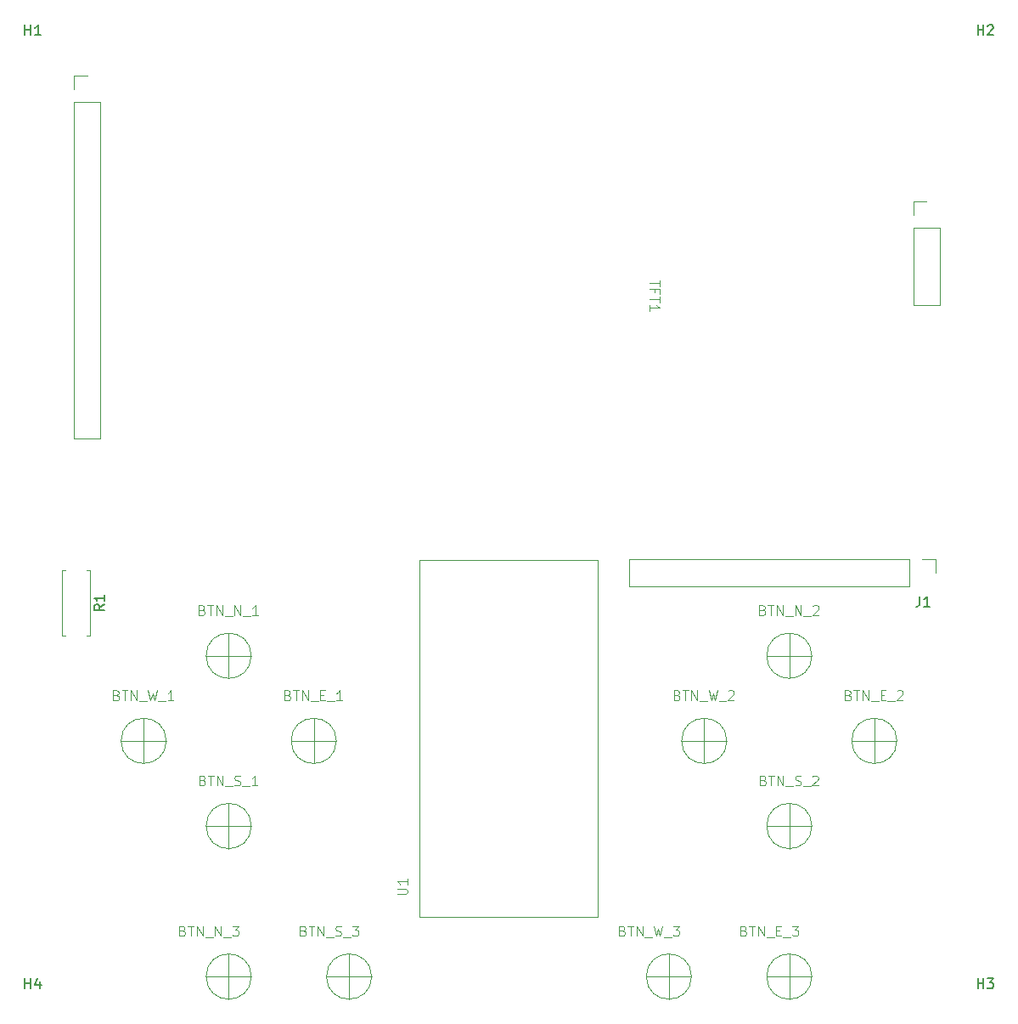
<source format=gbr>
G04 #@! TF.GenerationSoftware,KiCad,Pcbnew,8.0.4*
G04 #@! TF.CreationDate,2024-09-17T15:57:22+09:30*
G04 #@! TF.ProjectId,handheld game console,68616e64-6865-46c6-9420-67616d652063,0*
G04 #@! TF.SameCoordinates,Original*
G04 #@! TF.FileFunction,Legend,Top*
G04 #@! TF.FilePolarity,Positive*
%FSLAX46Y46*%
G04 Gerber Fmt 4.6, Leading zero omitted, Abs format (unit mm)*
G04 Created by KiCad (PCBNEW 8.0.4) date 2024-09-17 15:57:22*
%MOMM*%
%LPD*%
G01*
G04 APERTURE LIST*
%ADD10C,0.100000*%
%ADD11C,0.150000*%
%ADD12C,0.120000*%
%ADD13O,1.700000X1.700000*%
%ADD14C,2.000000*%
%ADD15R,1.700000X1.700000*%
%ADD16C,1.600000*%
%ADD17O,1.600000X1.600000*%
%ADD18C,2.200000*%
G04 APERTURE END LIST*
D10*
X116347419Y-130371904D02*
X117156942Y-130371904D01*
X117156942Y-130371904D02*
X117252180Y-130324285D01*
X117252180Y-130324285D02*
X117299800Y-130276666D01*
X117299800Y-130276666D02*
X117347419Y-130181428D01*
X117347419Y-130181428D02*
X117347419Y-129990952D01*
X117347419Y-129990952D02*
X117299800Y-129895714D01*
X117299800Y-129895714D02*
X117252180Y-129848095D01*
X117252180Y-129848095D02*
X117156942Y-129800476D01*
X117156942Y-129800476D02*
X116347419Y-129800476D01*
X117347419Y-128800476D02*
X117347419Y-129371904D01*
X117347419Y-129086190D02*
X116347419Y-129086190D01*
X116347419Y-129086190D02*
X116490276Y-129181428D01*
X116490276Y-129181428D02*
X116585514Y-129276666D01*
X116585514Y-129276666D02*
X116633133Y-129371904D01*
X96901161Y-102040009D02*
X97044018Y-102087628D01*
X97044018Y-102087628D02*
X97091637Y-102135247D01*
X97091637Y-102135247D02*
X97139256Y-102230485D01*
X97139256Y-102230485D02*
X97139256Y-102373342D01*
X97139256Y-102373342D02*
X97091637Y-102468580D01*
X97091637Y-102468580D02*
X97044018Y-102516200D01*
X97044018Y-102516200D02*
X96948780Y-102563819D01*
X96948780Y-102563819D02*
X96567828Y-102563819D01*
X96567828Y-102563819D02*
X96567828Y-101563819D01*
X96567828Y-101563819D02*
X96901161Y-101563819D01*
X96901161Y-101563819D02*
X96996399Y-101611438D01*
X96996399Y-101611438D02*
X97044018Y-101659057D01*
X97044018Y-101659057D02*
X97091637Y-101754295D01*
X97091637Y-101754295D02*
X97091637Y-101849533D01*
X97091637Y-101849533D02*
X97044018Y-101944771D01*
X97044018Y-101944771D02*
X96996399Y-101992390D01*
X96996399Y-101992390D02*
X96901161Y-102040009D01*
X96901161Y-102040009D02*
X96567828Y-102040009D01*
X97424971Y-101563819D02*
X97996399Y-101563819D01*
X97710685Y-102563819D02*
X97710685Y-101563819D01*
X98329733Y-102563819D02*
X98329733Y-101563819D01*
X98329733Y-101563819D02*
X98901161Y-102563819D01*
X98901161Y-102563819D02*
X98901161Y-101563819D01*
X99139257Y-102659057D02*
X99901161Y-102659057D01*
X100139257Y-102563819D02*
X100139257Y-101563819D01*
X100139257Y-101563819D02*
X100710685Y-102563819D01*
X100710685Y-102563819D02*
X100710685Y-101563819D01*
X100948781Y-102659057D02*
X101710685Y-102659057D01*
X102472590Y-102563819D02*
X101901162Y-102563819D01*
X102186876Y-102563819D02*
X102186876Y-101563819D01*
X102186876Y-101563819D02*
X102091638Y-101706676D01*
X102091638Y-101706676D02*
X101996400Y-101801914D01*
X101996400Y-101801914D02*
X101901162Y-101849533D01*
X152847180Y-119000009D02*
X152990037Y-119047628D01*
X152990037Y-119047628D02*
X153037656Y-119095247D01*
X153037656Y-119095247D02*
X153085275Y-119190485D01*
X153085275Y-119190485D02*
X153085275Y-119333342D01*
X153085275Y-119333342D02*
X153037656Y-119428580D01*
X153037656Y-119428580D02*
X152990037Y-119476200D01*
X152990037Y-119476200D02*
X152894799Y-119523819D01*
X152894799Y-119523819D02*
X152513847Y-119523819D01*
X152513847Y-119523819D02*
X152513847Y-118523819D01*
X152513847Y-118523819D02*
X152847180Y-118523819D01*
X152847180Y-118523819D02*
X152942418Y-118571438D01*
X152942418Y-118571438D02*
X152990037Y-118619057D01*
X152990037Y-118619057D02*
X153037656Y-118714295D01*
X153037656Y-118714295D02*
X153037656Y-118809533D01*
X153037656Y-118809533D02*
X152990037Y-118904771D01*
X152990037Y-118904771D02*
X152942418Y-118952390D01*
X152942418Y-118952390D02*
X152847180Y-119000009D01*
X152847180Y-119000009D02*
X152513847Y-119000009D01*
X153370990Y-118523819D02*
X153942418Y-118523819D01*
X153656704Y-119523819D02*
X153656704Y-118523819D01*
X154275752Y-119523819D02*
X154275752Y-118523819D01*
X154275752Y-118523819D02*
X154847180Y-119523819D01*
X154847180Y-119523819D02*
X154847180Y-118523819D01*
X155085276Y-119619057D02*
X155847180Y-119619057D01*
X156037657Y-119476200D02*
X156180514Y-119523819D01*
X156180514Y-119523819D02*
X156418609Y-119523819D01*
X156418609Y-119523819D02*
X156513847Y-119476200D01*
X156513847Y-119476200D02*
X156561466Y-119428580D01*
X156561466Y-119428580D02*
X156609085Y-119333342D01*
X156609085Y-119333342D02*
X156609085Y-119238104D01*
X156609085Y-119238104D02*
X156561466Y-119142866D01*
X156561466Y-119142866D02*
X156513847Y-119095247D01*
X156513847Y-119095247D02*
X156418609Y-119047628D01*
X156418609Y-119047628D02*
X156228133Y-119000009D01*
X156228133Y-119000009D02*
X156132895Y-118952390D01*
X156132895Y-118952390D02*
X156085276Y-118904771D01*
X156085276Y-118904771D02*
X156037657Y-118809533D01*
X156037657Y-118809533D02*
X156037657Y-118714295D01*
X156037657Y-118714295D02*
X156085276Y-118619057D01*
X156085276Y-118619057D02*
X156132895Y-118571438D01*
X156132895Y-118571438D02*
X156228133Y-118523819D01*
X156228133Y-118523819D02*
X156466228Y-118523819D01*
X156466228Y-118523819D02*
X156609085Y-118571438D01*
X156799562Y-119619057D02*
X157561466Y-119619057D01*
X157751943Y-118619057D02*
X157799562Y-118571438D01*
X157799562Y-118571438D02*
X157894800Y-118523819D01*
X157894800Y-118523819D02*
X158132895Y-118523819D01*
X158132895Y-118523819D02*
X158228133Y-118571438D01*
X158228133Y-118571438D02*
X158275752Y-118619057D01*
X158275752Y-118619057D02*
X158323371Y-118714295D01*
X158323371Y-118714295D02*
X158323371Y-118809533D01*
X158323371Y-118809533D02*
X158275752Y-118952390D01*
X158275752Y-118952390D02*
X157704324Y-119523819D01*
X157704324Y-119523819D02*
X158323371Y-119523819D01*
X94955561Y-133992209D02*
X95098418Y-134039828D01*
X95098418Y-134039828D02*
X95146037Y-134087447D01*
X95146037Y-134087447D02*
X95193656Y-134182685D01*
X95193656Y-134182685D02*
X95193656Y-134325542D01*
X95193656Y-134325542D02*
X95146037Y-134420780D01*
X95146037Y-134420780D02*
X95098418Y-134468400D01*
X95098418Y-134468400D02*
X95003180Y-134516019D01*
X95003180Y-134516019D02*
X94622228Y-134516019D01*
X94622228Y-134516019D02*
X94622228Y-133516019D01*
X94622228Y-133516019D02*
X94955561Y-133516019D01*
X94955561Y-133516019D02*
X95050799Y-133563638D01*
X95050799Y-133563638D02*
X95098418Y-133611257D01*
X95098418Y-133611257D02*
X95146037Y-133706495D01*
X95146037Y-133706495D02*
X95146037Y-133801733D01*
X95146037Y-133801733D02*
X95098418Y-133896971D01*
X95098418Y-133896971D02*
X95050799Y-133944590D01*
X95050799Y-133944590D02*
X94955561Y-133992209D01*
X94955561Y-133992209D02*
X94622228Y-133992209D01*
X95479371Y-133516019D02*
X96050799Y-133516019D01*
X95765085Y-134516019D02*
X95765085Y-133516019D01*
X96384133Y-134516019D02*
X96384133Y-133516019D01*
X96384133Y-133516019D02*
X96955561Y-134516019D01*
X96955561Y-134516019D02*
X96955561Y-133516019D01*
X97193657Y-134611257D02*
X97955561Y-134611257D01*
X98193657Y-134516019D02*
X98193657Y-133516019D01*
X98193657Y-133516019D02*
X98765085Y-134516019D01*
X98765085Y-134516019D02*
X98765085Y-133516019D01*
X99003181Y-134611257D02*
X99765085Y-134611257D01*
X99907943Y-133516019D02*
X100526990Y-133516019D01*
X100526990Y-133516019D02*
X100193657Y-133896971D01*
X100193657Y-133896971D02*
X100336514Y-133896971D01*
X100336514Y-133896971D02*
X100431752Y-133944590D01*
X100431752Y-133944590D02*
X100479371Y-133992209D01*
X100479371Y-133992209D02*
X100526990Y-134087447D01*
X100526990Y-134087447D02*
X100526990Y-134325542D01*
X100526990Y-134325542D02*
X100479371Y-134420780D01*
X100479371Y-134420780D02*
X100431752Y-134468400D01*
X100431752Y-134468400D02*
X100336514Y-134516019D01*
X100336514Y-134516019D02*
X100050800Y-134516019D01*
X100050800Y-134516019D02*
X99955562Y-134468400D01*
X99955562Y-134468400D02*
X99907943Y-134420780D01*
X105452590Y-110520009D02*
X105595447Y-110567628D01*
X105595447Y-110567628D02*
X105643066Y-110615247D01*
X105643066Y-110615247D02*
X105690685Y-110710485D01*
X105690685Y-110710485D02*
X105690685Y-110853342D01*
X105690685Y-110853342D02*
X105643066Y-110948580D01*
X105643066Y-110948580D02*
X105595447Y-110996200D01*
X105595447Y-110996200D02*
X105500209Y-111043819D01*
X105500209Y-111043819D02*
X105119257Y-111043819D01*
X105119257Y-111043819D02*
X105119257Y-110043819D01*
X105119257Y-110043819D02*
X105452590Y-110043819D01*
X105452590Y-110043819D02*
X105547828Y-110091438D01*
X105547828Y-110091438D02*
X105595447Y-110139057D01*
X105595447Y-110139057D02*
X105643066Y-110234295D01*
X105643066Y-110234295D02*
X105643066Y-110329533D01*
X105643066Y-110329533D02*
X105595447Y-110424771D01*
X105595447Y-110424771D02*
X105547828Y-110472390D01*
X105547828Y-110472390D02*
X105452590Y-110520009D01*
X105452590Y-110520009D02*
X105119257Y-110520009D01*
X105976400Y-110043819D02*
X106547828Y-110043819D01*
X106262114Y-111043819D02*
X106262114Y-110043819D01*
X106881162Y-111043819D02*
X106881162Y-110043819D01*
X106881162Y-110043819D02*
X107452590Y-111043819D01*
X107452590Y-111043819D02*
X107452590Y-110043819D01*
X107690686Y-111139057D02*
X108452590Y-111139057D01*
X108690686Y-110520009D02*
X109024019Y-110520009D01*
X109166876Y-111043819D02*
X108690686Y-111043819D01*
X108690686Y-111043819D02*
X108690686Y-110043819D01*
X108690686Y-110043819D02*
X109166876Y-110043819D01*
X109357353Y-111139057D02*
X110119257Y-111139057D01*
X110881162Y-111043819D02*
X110309734Y-111043819D01*
X110595448Y-111043819D02*
X110595448Y-110043819D01*
X110595448Y-110043819D02*
X110500210Y-110186676D01*
X110500210Y-110186676D02*
X110404972Y-110281914D01*
X110404972Y-110281914D02*
X110309734Y-110329533D01*
X144271942Y-110520009D02*
X144414799Y-110567628D01*
X144414799Y-110567628D02*
X144462418Y-110615247D01*
X144462418Y-110615247D02*
X144510037Y-110710485D01*
X144510037Y-110710485D02*
X144510037Y-110853342D01*
X144510037Y-110853342D02*
X144462418Y-110948580D01*
X144462418Y-110948580D02*
X144414799Y-110996200D01*
X144414799Y-110996200D02*
X144319561Y-111043819D01*
X144319561Y-111043819D02*
X143938609Y-111043819D01*
X143938609Y-111043819D02*
X143938609Y-110043819D01*
X143938609Y-110043819D02*
X144271942Y-110043819D01*
X144271942Y-110043819D02*
X144367180Y-110091438D01*
X144367180Y-110091438D02*
X144414799Y-110139057D01*
X144414799Y-110139057D02*
X144462418Y-110234295D01*
X144462418Y-110234295D02*
X144462418Y-110329533D01*
X144462418Y-110329533D02*
X144414799Y-110424771D01*
X144414799Y-110424771D02*
X144367180Y-110472390D01*
X144367180Y-110472390D02*
X144271942Y-110520009D01*
X144271942Y-110520009D02*
X143938609Y-110520009D01*
X144795752Y-110043819D02*
X145367180Y-110043819D01*
X145081466Y-111043819D02*
X145081466Y-110043819D01*
X145700514Y-111043819D02*
X145700514Y-110043819D01*
X145700514Y-110043819D02*
X146271942Y-111043819D01*
X146271942Y-111043819D02*
X146271942Y-110043819D01*
X146510038Y-111139057D02*
X147271942Y-111139057D01*
X147414800Y-110043819D02*
X147652895Y-111043819D01*
X147652895Y-111043819D02*
X147843371Y-110329533D01*
X147843371Y-110329533D02*
X148033847Y-111043819D01*
X148033847Y-111043819D02*
X148271943Y-110043819D01*
X148414800Y-111139057D02*
X149176704Y-111139057D01*
X149367181Y-110139057D02*
X149414800Y-110091438D01*
X149414800Y-110091438D02*
X149510038Y-110043819D01*
X149510038Y-110043819D02*
X149748133Y-110043819D01*
X149748133Y-110043819D02*
X149843371Y-110091438D01*
X149843371Y-110091438D02*
X149890990Y-110139057D01*
X149890990Y-110139057D02*
X149938609Y-110234295D01*
X149938609Y-110234295D02*
X149938609Y-110329533D01*
X149938609Y-110329533D02*
X149890990Y-110472390D01*
X149890990Y-110472390D02*
X149319562Y-111043819D01*
X149319562Y-111043819D02*
X149938609Y-111043819D01*
X96948780Y-119000009D02*
X97091637Y-119047628D01*
X97091637Y-119047628D02*
X97139256Y-119095247D01*
X97139256Y-119095247D02*
X97186875Y-119190485D01*
X97186875Y-119190485D02*
X97186875Y-119333342D01*
X97186875Y-119333342D02*
X97139256Y-119428580D01*
X97139256Y-119428580D02*
X97091637Y-119476200D01*
X97091637Y-119476200D02*
X96996399Y-119523819D01*
X96996399Y-119523819D02*
X96615447Y-119523819D01*
X96615447Y-119523819D02*
X96615447Y-118523819D01*
X96615447Y-118523819D02*
X96948780Y-118523819D01*
X96948780Y-118523819D02*
X97044018Y-118571438D01*
X97044018Y-118571438D02*
X97091637Y-118619057D01*
X97091637Y-118619057D02*
X97139256Y-118714295D01*
X97139256Y-118714295D02*
X97139256Y-118809533D01*
X97139256Y-118809533D02*
X97091637Y-118904771D01*
X97091637Y-118904771D02*
X97044018Y-118952390D01*
X97044018Y-118952390D02*
X96948780Y-119000009D01*
X96948780Y-119000009D02*
X96615447Y-119000009D01*
X97472590Y-118523819D02*
X98044018Y-118523819D01*
X97758304Y-119523819D02*
X97758304Y-118523819D01*
X98377352Y-119523819D02*
X98377352Y-118523819D01*
X98377352Y-118523819D02*
X98948780Y-119523819D01*
X98948780Y-119523819D02*
X98948780Y-118523819D01*
X99186876Y-119619057D02*
X99948780Y-119619057D01*
X100139257Y-119476200D02*
X100282114Y-119523819D01*
X100282114Y-119523819D02*
X100520209Y-119523819D01*
X100520209Y-119523819D02*
X100615447Y-119476200D01*
X100615447Y-119476200D02*
X100663066Y-119428580D01*
X100663066Y-119428580D02*
X100710685Y-119333342D01*
X100710685Y-119333342D02*
X100710685Y-119238104D01*
X100710685Y-119238104D02*
X100663066Y-119142866D01*
X100663066Y-119142866D02*
X100615447Y-119095247D01*
X100615447Y-119095247D02*
X100520209Y-119047628D01*
X100520209Y-119047628D02*
X100329733Y-119000009D01*
X100329733Y-119000009D02*
X100234495Y-118952390D01*
X100234495Y-118952390D02*
X100186876Y-118904771D01*
X100186876Y-118904771D02*
X100139257Y-118809533D01*
X100139257Y-118809533D02*
X100139257Y-118714295D01*
X100139257Y-118714295D02*
X100186876Y-118619057D01*
X100186876Y-118619057D02*
X100234495Y-118571438D01*
X100234495Y-118571438D02*
X100329733Y-118523819D01*
X100329733Y-118523819D02*
X100567828Y-118523819D01*
X100567828Y-118523819D02*
X100710685Y-118571438D01*
X100901162Y-119619057D02*
X101663066Y-119619057D01*
X102424971Y-119523819D02*
X101853543Y-119523819D01*
X102139257Y-119523819D02*
X102139257Y-118523819D01*
X102139257Y-118523819D02*
X102044019Y-118666676D01*
X102044019Y-118666676D02*
X101948781Y-118761914D01*
X101948781Y-118761914D02*
X101853543Y-118809533D01*
X150925390Y-133992209D02*
X151068247Y-134039828D01*
X151068247Y-134039828D02*
X151115866Y-134087447D01*
X151115866Y-134087447D02*
X151163485Y-134182685D01*
X151163485Y-134182685D02*
X151163485Y-134325542D01*
X151163485Y-134325542D02*
X151115866Y-134420780D01*
X151115866Y-134420780D02*
X151068247Y-134468400D01*
X151068247Y-134468400D02*
X150973009Y-134516019D01*
X150973009Y-134516019D02*
X150592057Y-134516019D01*
X150592057Y-134516019D02*
X150592057Y-133516019D01*
X150592057Y-133516019D02*
X150925390Y-133516019D01*
X150925390Y-133516019D02*
X151020628Y-133563638D01*
X151020628Y-133563638D02*
X151068247Y-133611257D01*
X151068247Y-133611257D02*
X151115866Y-133706495D01*
X151115866Y-133706495D02*
X151115866Y-133801733D01*
X151115866Y-133801733D02*
X151068247Y-133896971D01*
X151068247Y-133896971D02*
X151020628Y-133944590D01*
X151020628Y-133944590D02*
X150925390Y-133992209D01*
X150925390Y-133992209D02*
X150592057Y-133992209D01*
X151449200Y-133516019D02*
X152020628Y-133516019D01*
X151734914Y-134516019D02*
X151734914Y-133516019D01*
X152353962Y-134516019D02*
X152353962Y-133516019D01*
X152353962Y-133516019D02*
X152925390Y-134516019D01*
X152925390Y-134516019D02*
X152925390Y-133516019D01*
X153163486Y-134611257D02*
X153925390Y-134611257D01*
X154163486Y-133992209D02*
X154496819Y-133992209D01*
X154639676Y-134516019D02*
X154163486Y-134516019D01*
X154163486Y-134516019D02*
X154163486Y-133516019D01*
X154163486Y-133516019D02*
X154639676Y-133516019D01*
X154830153Y-134611257D02*
X155592057Y-134611257D01*
X155734915Y-133516019D02*
X156353962Y-133516019D01*
X156353962Y-133516019D02*
X156020629Y-133896971D01*
X156020629Y-133896971D02*
X156163486Y-133896971D01*
X156163486Y-133896971D02*
X156258724Y-133944590D01*
X156258724Y-133944590D02*
X156306343Y-133992209D01*
X156306343Y-133992209D02*
X156353962Y-134087447D01*
X156353962Y-134087447D02*
X156353962Y-134325542D01*
X156353962Y-134325542D02*
X156306343Y-134420780D01*
X156306343Y-134420780D02*
X156258724Y-134468400D01*
X156258724Y-134468400D02*
X156163486Y-134516019D01*
X156163486Y-134516019D02*
X155877772Y-134516019D01*
X155877772Y-134516019D02*
X155782534Y-134468400D01*
X155782534Y-134468400D02*
X155734915Y-134420780D01*
X152799561Y-102040009D02*
X152942418Y-102087628D01*
X152942418Y-102087628D02*
X152990037Y-102135247D01*
X152990037Y-102135247D02*
X153037656Y-102230485D01*
X153037656Y-102230485D02*
X153037656Y-102373342D01*
X153037656Y-102373342D02*
X152990037Y-102468580D01*
X152990037Y-102468580D02*
X152942418Y-102516200D01*
X152942418Y-102516200D02*
X152847180Y-102563819D01*
X152847180Y-102563819D02*
X152466228Y-102563819D01*
X152466228Y-102563819D02*
X152466228Y-101563819D01*
X152466228Y-101563819D02*
X152799561Y-101563819D01*
X152799561Y-101563819D02*
X152894799Y-101611438D01*
X152894799Y-101611438D02*
X152942418Y-101659057D01*
X152942418Y-101659057D02*
X152990037Y-101754295D01*
X152990037Y-101754295D02*
X152990037Y-101849533D01*
X152990037Y-101849533D02*
X152942418Y-101944771D01*
X152942418Y-101944771D02*
X152894799Y-101992390D01*
X152894799Y-101992390D02*
X152799561Y-102040009D01*
X152799561Y-102040009D02*
X152466228Y-102040009D01*
X153323371Y-101563819D02*
X153894799Y-101563819D01*
X153609085Y-102563819D02*
X153609085Y-101563819D01*
X154228133Y-102563819D02*
X154228133Y-101563819D01*
X154228133Y-101563819D02*
X154799561Y-102563819D01*
X154799561Y-102563819D02*
X154799561Y-101563819D01*
X155037657Y-102659057D02*
X155799561Y-102659057D01*
X156037657Y-102563819D02*
X156037657Y-101563819D01*
X156037657Y-101563819D02*
X156609085Y-102563819D01*
X156609085Y-102563819D02*
X156609085Y-101563819D01*
X156847181Y-102659057D02*
X157609085Y-102659057D01*
X157799562Y-101659057D02*
X157847181Y-101611438D01*
X157847181Y-101611438D02*
X157942419Y-101563819D01*
X157942419Y-101563819D02*
X158180514Y-101563819D01*
X158180514Y-101563819D02*
X158275752Y-101611438D01*
X158275752Y-101611438D02*
X158323371Y-101659057D01*
X158323371Y-101659057D02*
X158370990Y-101754295D01*
X158370990Y-101754295D02*
X158370990Y-101849533D01*
X158370990Y-101849533D02*
X158323371Y-101992390D01*
X158323371Y-101992390D02*
X157751943Y-102563819D01*
X157751943Y-102563819D02*
X158370990Y-102563819D01*
X88373542Y-110520009D02*
X88516399Y-110567628D01*
X88516399Y-110567628D02*
X88564018Y-110615247D01*
X88564018Y-110615247D02*
X88611637Y-110710485D01*
X88611637Y-110710485D02*
X88611637Y-110853342D01*
X88611637Y-110853342D02*
X88564018Y-110948580D01*
X88564018Y-110948580D02*
X88516399Y-110996200D01*
X88516399Y-110996200D02*
X88421161Y-111043819D01*
X88421161Y-111043819D02*
X88040209Y-111043819D01*
X88040209Y-111043819D02*
X88040209Y-110043819D01*
X88040209Y-110043819D02*
X88373542Y-110043819D01*
X88373542Y-110043819D02*
X88468780Y-110091438D01*
X88468780Y-110091438D02*
X88516399Y-110139057D01*
X88516399Y-110139057D02*
X88564018Y-110234295D01*
X88564018Y-110234295D02*
X88564018Y-110329533D01*
X88564018Y-110329533D02*
X88516399Y-110424771D01*
X88516399Y-110424771D02*
X88468780Y-110472390D01*
X88468780Y-110472390D02*
X88373542Y-110520009D01*
X88373542Y-110520009D02*
X88040209Y-110520009D01*
X88897352Y-110043819D02*
X89468780Y-110043819D01*
X89183066Y-111043819D02*
X89183066Y-110043819D01*
X89802114Y-111043819D02*
X89802114Y-110043819D01*
X89802114Y-110043819D02*
X90373542Y-111043819D01*
X90373542Y-111043819D02*
X90373542Y-110043819D01*
X90611638Y-111139057D02*
X91373542Y-111139057D01*
X91516400Y-110043819D02*
X91754495Y-111043819D01*
X91754495Y-111043819D02*
X91944971Y-110329533D01*
X91944971Y-110329533D02*
X92135447Y-111043819D01*
X92135447Y-111043819D02*
X92373543Y-110043819D01*
X92516400Y-111139057D02*
X93278304Y-111139057D01*
X94040209Y-111043819D02*
X93468781Y-111043819D01*
X93754495Y-111043819D02*
X93754495Y-110043819D01*
X93754495Y-110043819D02*
X93659257Y-110186676D01*
X93659257Y-110186676D02*
X93564019Y-110281914D01*
X93564019Y-110281914D02*
X93468781Y-110329533D01*
X107003180Y-133992209D02*
X107146037Y-134039828D01*
X107146037Y-134039828D02*
X107193656Y-134087447D01*
X107193656Y-134087447D02*
X107241275Y-134182685D01*
X107241275Y-134182685D02*
X107241275Y-134325542D01*
X107241275Y-134325542D02*
X107193656Y-134420780D01*
X107193656Y-134420780D02*
X107146037Y-134468400D01*
X107146037Y-134468400D02*
X107050799Y-134516019D01*
X107050799Y-134516019D02*
X106669847Y-134516019D01*
X106669847Y-134516019D02*
X106669847Y-133516019D01*
X106669847Y-133516019D02*
X107003180Y-133516019D01*
X107003180Y-133516019D02*
X107098418Y-133563638D01*
X107098418Y-133563638D02*
X107146037Y-133611257D01*
X107146037Y-133611257D02*
X107193656Y-133706495D01*
X107193656Y-133706495D02*
X107193656Y-133801733D01*
X107193656Y-133801733D02*
X107146037Y-133896971D01*
X107146037Y-133896971D02*
X107098418Y-133944590D01*
X107098418Y-133944590D02*
X107003180Y-133992209D01*
X107003180Y-133992209D02*
X106669847Y-133992209D01*
X107526990Y-133516019D02*
X108098418Y-133516019D01*
X107812704Y-134516019D02*
X107812704Y-133516019D01*
X108431752Y-134516019D02*
X108431752Y-133516019D01*
X108431752Y-133516019D02*
X109003180Y-134516019D01*
X109003180Y-134516019D02*
X109003180Y-133516019D01*
X109241276Y-134611257D02*
X110003180Y-134611257D01*
X110193657Y-134468400D02*
X110336514Y-134516019D01*
X110336514Y-134516019D02*
X110574609Y-134516019D01*
X110574609Y-134516019D02*
X110669847Y-134468400D01*
X110669847Y-134468400D02*
X110717466Y-134420780D01*
X110717466Y-134420780D02*
X110765085Y-134325542D01*
X110765085Y-134325542D02*
X110765085Y-134230304D01*
X110765085Y-134230304D02*
X110717466Y-134135066D01*
X110717466Y-134135066D02*
X110669847Y-134087447D01*
X110669847Y-134087447D02*
X110574609Y-134039828D01*
X110574609Y-134039828D02*
X110384133Y-133992209D01*
X110384133Y-133992209D02*
X110288895Y-133944590D01*
X110288895Y-133944590D02*
X110241276Y-133896971D01*
X110241276Y-133896971D02*
X110193657Y-133801733D01*
X110193657Y-133801733D02*
X110193657Y-133706495D01*
X110193657Y-133706495D02*
X110241276Y-133611257D01*
X110241276Y-133611257D02*
X110288895Y-133563638D01*
X110288895Y-133563638D02*
X110384133Y-133516019D01*
X110384133Y-133516019D02*
X110622228Y-133516019D01*
X110622228Y-133516019D02*
X110765085Y-133563638D01*
X110955562Y-134611257D02*
X111717466Y-134611257D01*
X111860324Y-133516019D02*
X112479371Y-133516019D01*
X112479371Y-133516019D02*
X112146038Y-133896971D01*
X112146038Y-133896971D02*
X112288895Y-133896971D01*
X112288895Y-133896971D02*
X112384133Y-133944590D01*
X112384133Y-133944590D02*
X112431752Y-133992209D01*
X112431752Y-133992209D02*
X112479371Y-134087447D01*
X112479371Y-134087447D02*
X112479371Y-134325542D01*
X112479371Y-134325542D02*
X112431752Y-134420780D01*
X112431752Y-134420780D02*
X112384133Y-134468400D01*
X112384133Y-134468400D02*
X112288895Y-134516019D01*
X112288895Y-134516019D02*
X112003181Y-134516019D01*
X112003181Y-134516019D02*
X111907943Y-134468400D01*
X111907943Y-134468400D02*
X111860324Y-134420780D01*
X161350990Y-110520009D02*
X161493847Y-110567628D01*
X161493847Y-110567628D02*
X161541466Y-110615247D01*
X161541466Y-110615247D02*
X161589085Y-110710485D01*
X161589085Y-110710485D02*
X161589085Y-110853342D01*
X161589085Y-110853342D02*
X161541466Y-110948580D01*
X161541466Y-110948580D02*
X161493847Y-110996200D01*
X161493847Y-110996200D02*
X161398609Y-111043819D01*
X161398609Y-111043819D02*
X161017657Y-111043819D01*
X161017657Y-111043819D02*
X161017657Y-110043819D01*
X161017657Y-110043819D02*
X161350990Y-110043819D01*
X161350990Y-110043819D02*
X161446228Y-110091438D01*
X161446228Y-110091438D02*
X161493847Y-110139057D01*
X161493847Y-110139057D02*
X161541466Y-110234295D01*
X161541466Y-110234295D02*
X161541466Y-110329533D01*
X161541466Y-110329533D02*
X161493847Y-110424771D01*
X161493847Y-110424771D02*
X161446228Y-110472390D01*
X161446228Y-110472390D02*
X161350990Y-110520009D01*
X161350990Y-110520009D02*
X161017657Y-110520009D01*
X161874800Y-110043819D02*
X162446228Y-110043819D01*
X162160514Y-111043819D02*
X162160514Y-110043819D01*
X162779562Y-111043819D02*
X162779562Y-110043819D01*
X162779562Y-110043819D02*
X163350990Y-111043819D01*
X163350990Y-111043819D02*
X163350990Y-110043819D01*
X163589086Y-111139057D02*
X164350990Y-111139057D01*
X164589086Y-110520009D02*
X164922419Y-110520009D01*
X165065276Y-111043819D02*
X164589086Y-111043819D01*
X164589086Y-111043819D02*
X164589086Y-110043819D01*
X164589086Y-110043819D02*
X165065276Y-110043819D01*
X165255753Y-111139057D02*
X166017657Y-111139057D01*
X166208134Y-110139057D02*
X166255753Y-110091438D01*
X166255753Y-110091438D02*
X166350991Y-110043819D01*
X166350991Y-110043819D02*
X166589086Y-110043819D01*
X166589086Y-110043819D02*
X166684324Y-110091438D01*
X166684324Y-110091438D02*
X166731943Y-110139057D01*
X166731943Y-110139057D02*
X166779562Y-110234295D01*
X166779562Y-110234295D02*
X166779562Y-110329533D01*
X166779562Y-110329533D02*
X166731943Y-110472390D01*
X166731943Y-110472390D02*
X166160515Y-111043819D01*
X166160515Y-111043819D02*
X166779562Y-111043819D01*
X138806342Y-133992209D02*
X138949199Y-134039828D01*
X138949199Y-134039828D02*
X138996818Y-134087447D01*
X138996818Y-134087447D02*
X139044437Y-134182685D01*
X139044437Y-134182685D02*
X139044437Y-134325542D01*
X139044437Y-134325542D02*
X138996818Y-134420780D01*
X138996818Y-134420780D02*
X138949199Y-134468400D01*
X138949199Y-134468400D02*
X138853961Y-134516019D01*
X138853961Y-134516019D02*
X138473009Y-134516019D01*
X138473009Y-134516019D02*
X138473009Y-133516019D01*
X138473009Y-133516019D02*
X138806342Y-133516019D01*
X138806342Y-133516019D02*
X138901580Y-133563638D01*
X138901580Y-133563638D02*
X138949199Y-133611257D01*
X138949199Y-133611257D02*
X138996818Y-133706495D01*
X138996818Y-133706495D02*
X138996818Y-133801733D01*
X138996818Y-133801733D02*
X138949199Y-133896971D01*
X138949199Y-133896971D02*
X138901580Y-133944590D01*
X138901580Y-133944590D02*
X138806342Y-133992209D01*
X138806342Y-133992209D02*
X138473009Y-133992209D01*
X139330152Y-133516019D02*
X139901580Y-133516019D01*
X139615866Y-134516019D02*
X139615866Y-133516019D01*
X140234914Y-134516019D02*
X140234914Y-133516019D01*
X140234914Y-133516019D02*
X140806342Y-134516019D01*
X140806342Y-134516019D02*
X140806342Y-133516019D01*
X141044438Y-134611257D02*
X141806342Y-134611257D01*
X141949200Y-133516019D02*
X142187295Y-134516019D01*
X142187295Y-134516019D02*
X142377771Y-133801733D01*
X142377771Y-133801733D02*
X142568247Y-134516019D01*
X142568247Y-134516019D02*
X142806343Y-133516019D01*
X142949200Y-134611257D02*
X143711104Y-134611257D01*
X143853962Y-133516019D02*
X144473009Y-133516019D01*
X144473009Y-133516019D02*
X144139676Y-133896971D01*
X144139676Y-133896971D02*
X144282533Y-133896971D01*
X144282533Y-133896971D02*
X144377771Y-133944590D01*
X144377771Y-133944590D02*
X144425390Y-133992209D01*
X144425390Y-133992209D02*
X144473009Y-134087447D01*
X144473009Y-134087447D02*
X144473009Y-134325542D01*
X144473009Y-134325542D02*
X144425390Y-134420780D01*
X144425390Y-134420780D02*
X144377771Y-134468400D01*
X144377771Y-134468400D02*
X144282533Y-134516019D01*
X144282533Y-134516019D02*
X143996819Y-134516019D01*
X143996819Y-134516019D02*
X143901581Y-134468400D01*
X143901581Y-134468400D02*
X143853962Y-134420780D01*
X142507780Y-69184371D02*
X142507780Y-69755799D01*
X141507780Y-69470085D02*
X142507780Y-69470085D01*
X142031590Y-70422466D02*
X142031590Y-70089133D01*
X141507780Y-70089133D02*
X142507780Y-70089133D01*
X142507780Y-70089133D02*
X142507780Y-70565323D01*
X142507780Y-70803419D02*
X142507780Y-71374847D01*
X141507780Y-71089133D02*
X142507780Y-71089133D01*
X141507780Y-72231990D02*
X141507780Y-71660562D01*
X141507780Y-71946276D02*
X142507780Y-71946276D01*
X142507780Y-71946276D02*
X142364923Y-71851038D01*
X142364923Y-71851038D02*
X142269685Y-71755800D01*
X142269685Y-71755800D02*
X142222066Y-71660562D01*
D11*
X87132019Y-101503866D02*
X86655828Y-101837199D01*
X87132019Y-102075294D02*
X86132019Y-102075294D01*
X86132019Y-102075294D02*
X86132019Y-101694342D01*
X86132019Y-101694342D02*
X86179638Y-101599104D01*
X86179638Y-101599104D02*
X86227257Y-101551485D01*
X86227257Y-101551485D02*
X86322495Y-101503866D01*
X86322495Y-101503866D02*
X86465352Y-101503866D01*
X86465352Y-101503866D02*
X86560590Y-101551485D01*
X86560590Y-101551485D02*
X86608209Y-101599104D01*
X86608209Y-101599104D02*
X86655828Y-101694342D01*
X86655828Y-101694342D02*
X86655828Y-102075294D01*
X87132019Y-100551485D02*
X87132019Y-101122913D01*
X87132019Y-100837199D02*
X86132019Y-100837199D01*
X86132019Y-100837199D02*
X86274876Y-100932437D01*
X86274876Y-100932437D02*
X86370114Y-101027675D01*
X86370114Y-101027675D02*
X86417733Y-101122913D01*
X79238095Y-44754819D02*
X79238095Y-43754819D01*
X79238095Y-44231009D02*
X79809523Y-44231009D01*
X79809523Y-44754819D02*
X79809523Y-43754819D01*
X80809523Y-44754819D02*
X80238095Y-44754819D01*
X80523809Y-44754819D02*
X80523809Y-43754819D01*
X80523809Y-43754819D02*
X80428571Y-43897676D01*
X80428571Y-43897676D02*
X80333333Y-43992914D01*
X80333333Y-43992914D02*
X80238095Y-44040533D01*
X79238095Y-139754819D02*
X79238095Y-138754819D01*
X79238095Y-139231009D02*
X79809523Y-139231009D01*
X79809523Y-139754819D02*
X79809523Y-138754819D01*
X80714285Y-139088152D02*
X80714285Y-139754819D01*
X80476190Y-138707200D02*
X80238095Y-139421485D01*
X80238095Y-139421485D02*
X80857142Y-139421485D01*
X168454266Y-100696019D02*
X168454266Y-101410304D01*
X168454266Y-101410304D02*
X168406647Y-101553161D01*
X168406647Y-101553161D02*
X168311409Y-101648400D01*
X168311409Y-101648400D02*
X168168552Y-101696019D01*
X168168552Y-101696019D02*
X168073314Y-101696019D01*
X169454266Y-101696019D02*
X168882838Y-101696019D01*
X169168552Y-101696019D02*
X169168552Y-100696019D01*
X169168552Y-100696019D02*
X169073314Y-100838876D01*
X169073314Y-100838876D02*
X168978076Y-100934114D01*
X168978076Y-100934114D02*
X168882838Y-100981733D01*
X174238095Y-44754819D02*
X174238095Y-43754819D01*
X174238095Y-44231009D02*
X174809523Y-44231009D01*
X174809523Y-44754819D02*
X174809523Y-43754819D01*
X175238095Y-43850057D02*
X175285714Y-43802438D01*
X175285714Y-43802438D02*
X175380952Y-43754819D01*
X175380952Y-43754819D02*
X175619047Y-43754819D01*
X175619047Y-43754819D02*
X175714285Y-43802438D01*
X175714285Y-43802438D02*
X175761904Y-43850057D01*
X175761904Y-43850057D02*
X175809523Y-43945295D01*
X175809523Y-43945295D02*
X175809523Y-44040533D01*
X175809523Y-44040533D02*
X175761904Y-44183390D01*
X175761904Y-44183390D02*
X175190476Y-44754819D01*
X175190476Y-44754819D02*
X175809523Y-44754819D01*
X174238095Y-139754819D02*
X174238095Y-138754819D01*
X174238095Y-139231009D02*
X174809523Y-139231009D01*
X174809523Y-139754819D02*
X174809523Y-138754819D01*
X175190476Y-138754819D02*
X175809523Y-138754819D01*
X175809523Y-138754819D02*
X175476190Y-139135771D01*
X175476190Y-139135771D02*
X175619047Y-139135771D01*
X175619047Y-139135771D02*
X175714285Y-139183390D01*
X175714285Y-139183390D02*
X175761904Y-139231009D01*
X175761904Y-139231009D02*
X175809523Y-139326247D01*
X175809523Y-139326247D02*
X175809523Y-139564342D01*
X175809523Y-139564342D02*
X175761904Y-139659580D01*
X175761904Y-139659580D02*
X175714285Y-139707200D01*
X175714285Y-139707200D02*
X175619047Y-139754819D01*
X175619047Y-139754819D02*
X175333333Y-139754819D01*
X175333333Y-139754819D02*
X175238095Y-139707200D01*
X175238095Y-139707200D02*
X175190476Y-139659580D01*
D10*
X118610000Y-132610000D02*
X136390000Y-132610000D01*
X136390000Y-97050000D01*
X118610000Y-97050000D01*
X118610000Y-132610000D01*
X97300800Y-106598600D02*
X101800800Y-106598600D01*
X99550800Y-104348600D02*
X99550800Y-108848600D01*
X101800800Y-106598600D02*
G75*
G02*
X97300800Y-106598600I-2250000J0D01*
G01*
X97300800Y-106598600D02*
G75*
G02*
X101800800Y-106598600I2250000J0D01*
G01*
X153199200Y-123558600D02*
X157699200Y-123558600D01*
X155449200Y-121308600D02*
X155449200Y-125808600D01*
X157699200Y-123558600D02*
G75*
G02*
X153199200Y-123558600I-2250000J0D01*
G01*
X153199200Y-123558600D02*
G75*
G02*
X157699200Y-123558600I2250000J0D01*
G01*
X97300800Y-138558600D02*
X101800800Y-138558600D01*
X99550800Y-136308600D02*
X99550800Y-140808600D01*
X101800800Y-138558600D02*
G75*
G02*
X97300800Y-138558600I-2250000J0D01*
G01*
X97300800Y-138558600D02*
G75*
G02*
X101800800Y-138558600I2250000J0D01*
G01*
X105780800Y-115078600D02*
X110280800Y-115078600D01*
X108030800Y-112828600D02*
X108030800Y-117328600D01*
X110280800Y-115078600D02*
G75*
G02*
X105780800Y-115078600I-2250000J0D01*
G01*
X105780800Y-115078600D02*
G75*
G02*
X110280800Y-115078600I2250000J0D01*
G01*
X144719200Y-115078600D02*
X149219200Y-115078600D01*
X146969200Y-112828600D02*
X146969200Y-117328600D01*
X149219200Y-115078600D02*
G75*
G02*
X144719200Y-115078600I-2250000J0D01*
G01*
X144719200Y-115078600D02*
G75*
G02*
X149219200Y-115078600I2250000J0D01*
G01*
X97300800Y-123558600D02*
X101800800Y-123558600D01*
X99550800Y-121308600D02*
X99550800Y-125808600D01*
X101800800Y-123558600D02*
G75*
G02*
X97300800Y-123558600I-2250000J0D01*
G01*
X97300800Y-123558600D02*
G75*
G02*
X101800800Y-123558600I2250000J0D01*
G01*
X153199200Y-138558600D02*
X157699200Y-138558600D01*
X155449200Y-136308600D02*
X155449200Y-140808600D01*
X157699200Y-138558600D02*
G75*
G02*
X153199200Y-138558600I-2250000J0D01*
G01*
X153199200Y-138558600D02*
G75*
G02*
X157699200Y-138558600I2250000J0D01*
G01*
X153199200Y-106598600D02*
X157699200Y-106598600D01*
X155449200Y-104348600D02*
X155449200Y-108848600D01*
X157699200Y-106598600D02*
G75*
G02*
X153199200Y-106598600I-2250000J0D01*
G01*
X153199200Y-106598600D02*
G75*
G02*
X157699200Y-106598600I2250000J0D01*
G01*
X88820800Y-115078600D02*
X93320800Y-115078600D01*
X91070800Y-112828600D02*
X91070800Y-117328600D01*
X93320800Y-115078600D02*
G75*
G02*
X88820800Y-115078600I-2250000J0D01*
G01*
X88820800Y-115078600D02*
G75*
G02*
X93320800Y-115078600I2250000J0D01*
G01*
X109300800Y-138558600D02*
X113800800Y-138558600D01*
X111550800Y-136308600D02*
X111550800Y-140808600D01*
X113800800Y-138558600D02*
G75*
G02*
X109300800Y-138558600I-2250000J0D01*
G01*
X109300800Y-138558600D02*
G75*
G02*
X113800800Y-138558600I2250000J0D01*
G01*
X161679200Y-115078600D02*
X166179200Y-115078600D01*
X163929200Y-112828600D02*
X163929200Y-117328600D01*
X166179200Y-115078600D02*
G75*
G02*
X161679200Y-115078600I-2250000J0D01*
G01*
X161679200Y-115078600D02*
G75*
G02*
X166179200Y-115078600I2250000J0D01*
G01*
X141199200Y-138558600D02*
X145699200Y-138558600D01*
X143449200Y-136308600D02*
X143449200Y-140808600D01*
X145699200Y-138558600D02*
G75*
G02*
X141199200Y-138558600I-2250000J0D01*
G01*
X141199200Y-138558600D02*
G75*
G02*
X145699200Y-138558600I2250000J0D01*
G01*
D12*
X84108800Y-48791200D02*
X85438800Y-48791200D01*
X84108800Y-50121200D02*
X84108800Y-48791200D01*
X86768800Y-51391200D02*
X86768800Y-84956200D01*
X84108800Y-51391200D02*
X86768800Y-51391200D01*
X84108800Y-51391200D02*
X84108800Y-84956200D01*
X167808800Y-61356200D02*
X169138800Y-61356200D01*
X167808800Y-62686200D02*
X167808800Y-61356200D01*
X170468800Y-63956200D02*
X170468800Y-71636200D01*
X167808800Y-63956200D02*
X170468800Y-63956200D01*
X167808800Y-63956200D02*
X167808800Y-71636200D01*
X167808800Y-71636200D02*
X170468800Y-71636200D01*
X84108800Y-84956200D02*
X86768800Y-84956200D01*
X82937200Y-98067200D02*
X82937200Y-104607200D01*
X82937200Y-104607200D02*
X83267200Y-104607200D01*
X83267200Y-98067200D02*
X82937200Y-98067200D01*
X85347200Y-98067200D02*
X85677200Y-98067200D01*
X85677200Y-98067200D02*
X85677200Y-104607200D01*
X85677200Y-104607200D02*
X85347200Y-104607200D01*
X139441400Y-96990200D02*
X139441400Y-99650200D01*
X167441400Y-96990200D02*
X139441400Y-96990200D01*
X167441400Y-96990200D02*
X167441400Y-99650200D01*
X167441400Y-99650200D02*
X139441400Y-99650200D01*
X168711400Y-96990200D02*
X170041400Y-96990200D01*
X170041400Y-96990200D02*
X170041400Y-98320200D01*
%LPC*%
D13*
X135120000Y-128800000D03*
X135120000Y-126260000D03*
X135120000Y-123720000D03*
X135120000Y-121180000D03*
X135120000Y-118640000D03*
X135120000Y-116100000D03*
X135120000Y-113560000D03*
X135120000Y-111020000D03*
X135120000Y-108480000D03*
X135120000Y-105940000D03*
X135120000Y-103400000D03*
X135120000Y-100860000D03*
X135120000Y-98320000D03*
X119880000Y-98320000D03*
X119880000Y-100860000D03*
X119880000Y-103400000D03*
X119880000Y-105940000D03*
X119880000Y-108480000D03*
X119880000Y-111020000D03*
X119880000Y-113560000D03*
X119880000Y-116100000D03*
X119880000Y-118640000D03*
X119880000Y-121180000D03*
X119880000Y-123720000D03*
X119880000Y-126260000D03*
X130040000Y-98320000D03*
X135120000Y-131340000D03*
X119880000Y-128800000D03*
X127500000Y-98320000D03*
X119880000Y-131340000D03*
X132580000Y-98320000D03*
X124960000Y-98320000D03*
X122420000Y-98320000D03*
D14*
X96300800Y-104348600D03*
X102800800Y-104348600D03*
X96300800Y-108848600D03*
X102800800Y-108848600D03*
X152199200Y-121308600D03*
X158699200Y-121308600D03*
X152199200Y-125808600D03*
X158699200Y-125808600D03*
X96300800Y-136308600D03*
X102800800Y-136308600D03*
X96300800Y-140808600D03*
X102800800Y-140808600D03*
X104780800Y-112828600D03*
X111280800Y-112828600D03*
X104780800Y-117328600D03*
X111280800Y-117328600D03*
X143719200Y-112828600D03*
X150219200Y-112828600D03*
X143719200Y-117328600D03*
X150219200Y-117328600D03*
X96300800Y-121308600D03*
X102800800Y-121308600D03*
X96300800Y-125808600D03*
X102800800Y-125808600D03*
X152199200Y-136308600D03*
X158699200Y-136308600D03*
X152199200Y-140808600D03*
X158699200Y-140808600D03*
X152199200Y-104348600D03*
X158699200Y-104348600D03*
X152199200Y-108848600D03*
X158699200Y-108848600D03*
X87820800Y-112828600D03*
X94320800Y-112828600D03*
X87820800Y-117328600D03*
X94320800Y-117328600D03*
X108300800Y-136308600D03*
X114800800Y-136308600D03*
X108300800Y-140808600D03*
X114800800Y-140808600D03*
X160679200Y-112828600D03*
X167179200Y-112828600D03*
X160679200Y-117328600D03*
X167179200Y-117328600D03*
X140199200Y-136308600D03*
X146699200Y-136308600D03*
X140199200Y-140808600D03*
X146699200Y-140808600D03*
D15*
X85338800Y-50056200D03*
D13*
X85338800Y-52596200D03*
X85338800Y-55136200D03*
X85338800Y-57676200D03*
X85338800Y-60216200D03*
X85338800Y-62756200D03*
X85338800Y-65296200D03*
X85338800Y-67836200D03*
X85338800Y-70376200D03*
X85338800Y-72916200D03*
X85338800Y-75456200D03*
X85338800Y-77996200D03*
X85338800Y-80536200D03*
X85338800Y-83076200D03*
D15*
X169138800Y-62666200D03*
D13*
X169138800Y-65206200D03*
X169138800Y-67746200D03*
X169138800Y-70286200D03*
D16*
X84307200Y-97527200D03*
D17*
X84307200Y-105147200D03*
D18*
X80000000Y-47500000D03*
X80000000Y-142500000D03*
D15*
X168711400Y-98320200D03*
D13*
X166171400Y-98320200D03*
X163631400Y-98320200D03*
X161091400Y-98320200D03*
X158551400Y-98320200D03*
X156011400Y-98320200D03*
X153471400Y-98320200D03*
X150931400Y-98320200D03*
X148391400Y-98320200D03*
X145851400Y-98320200D03*
X143311400Y-98320200D03*
X140771400Y-98320200D03*
D18*
X175000000Y-47500000D03*
X175000000Y-142500000D03*
D15*
X127500000Y-91431200D03*
D13*
X127500000Y-71111200D03*
%LPD*%
M02*

</source>
